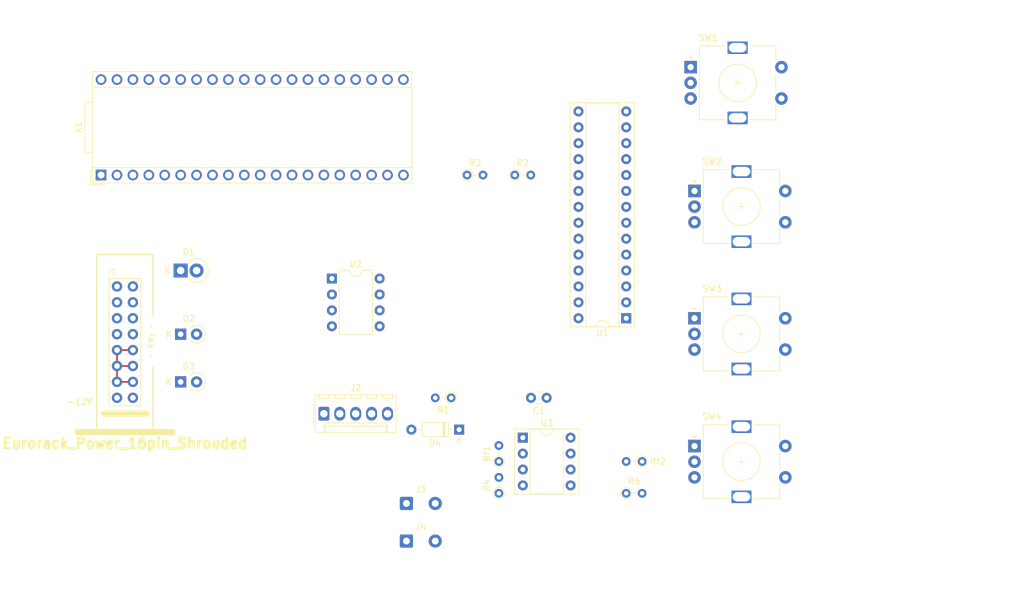
<source format=kicad_pcb>
(kicad_pcb (version 20221018) (generator pcbnew)
  (layers (0 "F.Cu" signal) (31 "B.Cu" signal) (34 "B.Paste" user) (35 "F.Paste" user) (36 "B.SilkS" user "B.Silkscreen") (37 "F.SilkS" user "F.Silkscreen") (38 "B.Mask" user) (39 "F.Mask" user) (44 "Edge.Cuts" user))
  (net 0 "")
  (net 12 "Net-(A1-I2C1_SCL)")
  (net 13 "Net-(A1-I2C1_SDA)")
  (net 15 "/MIDI UART1")
  (net 18 "/Line_Audio L")
  (net 19 "/Line_Audio R")
  (net 20 "GND")
  (net 31 "/INT A")
  (net 32 "/INT B")
  (net 39 "+5V")
  (net 40 "/Euro Audio/12V+")
  (net 41 "/Euro Audio/GND")
  (net 42 "5V+")
  (net 43 "+12V")
  (net 44 "12V+")
  (net 45 "12V-")
  (net 46 "-12V")
  (net 47 "Net-(D4-K)")
  (net 48 "Net-(D4-A)")
  (net 49 "Net-(J1-P3)")
  (net 50 "Net-(J1-P1)")
  (net 54 "Net-(J2-Pad4)")
  (net 55 "Net-(R2-Pad2)")
  (net 56 "/UART 1 RX")
  (net 57 "/Line_Audio_L")
  (net 58 "Net-(U3A--)")
  (net 59 "Net-(U3B--)")
  (net 60 "/Line_Audio_R")
  (net 61 "/Euro Audio/Euro Out R")
  (net 62 "/Euro Audio/Euro Out L")
  (net 63 "Net-(U1-GPA7)")
  (net 64 "Net-(U1-GPB7)")
  (net 65 "Net-(U1-GPB3)")
  (net 66 "Net-(U1-GPA6)")
  (net 67 "Net-(U1-GPB6)")
  (net 68 "Net-(U1-GPB2)")
  (net 69 "Net-(U1-GPA5)")
  (net 70 "Net-(U1-GPB5)")
  (net 71 "Net-(U1-GPB1)")
  (net 72 "Net-(U1-GPA4)")
  (net 73 "Net-(U1-GPB4)")
  (net 74 "Net-(U1-GPB0)")
  (net 87 "/Euro Audio/12V-")
  (footprint "Diode_THT:D_DO-15_P2.54mm_Vertical_KathodeUp" (layer "F.Cu") (at 38.1 66.04)
    (fp_text reference "D1" (at 1.27 -2.92) (layer "F.SilkS"))
    (fp_text value "D")
    (fp_text user "K" (at -2.12 0) (layer "F.SilkS"))
    (fp_arc (start 1.025404 -1.12) (mid 4.423124 -0.047368) (end 1.083629 1.194732) (stroke (width 0.12)) (layer "F.SilkS"))
    (pad "1" thru_hole rect (at 0 0) (size 2.24 2.24) (drill 1.2) (layers "*.Cu" "*.Mask") (net 39 "+5V"))
    (pad "2" thru_hole oval (at 2.54 0) (size 2.24 2.24) (drill 1.2) (layers "*.Cu" "*.Mask") (net 42 "5V+"))
  )
  (footprint "Diode_THT:D_A-405_P2.54mm_Vertical_KathodeUp" (layer "F.Cu") (at 38.1 83.82)
    (fp_text reference "D3" (at 1.27 -2.47) (layer "F.SilkS"))
    (fp_text value "D")
    (fp_text user "K" (at -1.9 0) (layer "F.SilkS"))
    (fp_arc (start 1.426761 -0.9) (mid 3.970816 -0.045469) (end 1.48615 0.968866) (stroke (width 0.12)) (layer "F.SilkS"))
    (pad "1" thru_hole rect (at 0 0) (size 1.8 1.8) (drill 0.9) (layers "*.Cu" "*.Mask") (net 45 "12V-"))
    (pad "2" thru_hole oval (at 2.54 0) (size 1.8 1.8) (drill 0.9) (layers "*.Cu" "*.Mask") (net 46 "-12V"))
  )
  (footprint "Resistor_THT:R_Axial_DIN0204_L3.6mm_D1.6mm_P2.54mm_Vertical" (layer "F.Cu") (at 81.28 86.36 180)
    (fp_text reference "R1" (at 1.27 -1.92) (layer "F.SilkS"))
    (fp_text value "220")
    (fp_line (start 0.92 0) (end 1.54 0) (stroke (width 0.12)) (layer "F.SilkS"))
    (fp_circle (center 0 0) (end 0.92 0) (stroke (width 0.12)) (fill none) (layer "F.SilkS"))
    (pad "1" thru_hole circle (at 0 0 180) (size 1.4 1.4) (drill 0.7) (layers "*.Cu" "*.Mask") (net 47 "Net-(D4-K)"))
    (pad "2" thru_hole oval (at 2.54 0 180) (size 1.4 1.4) (drill 0.7) (layers "*.Cu" "*.Mask") (net 54 "Net-(J2-Pad4)"))
  )
  (footprint "Connector_Wire:SolderWire-0.5sqmm_1x02_P4.6mm_D0.9mm_OD2.1mm" (layer "F.Cu") (at 74.14 109.22)
    (fp_text reference "J4" (at 2.3 -2.25) (layer "F.SilkS"))
    (fp_text value "EuroAudioOutL")
    (pad "1" thru_hole roundrect (at 0 0) (size 2.1 2.1) (drill 1.1) (layers "*.Cu" "*.Mask") (roundrect_rratio 0.119048))
    (pad "2" thru_hole circle (at 4.6 0) (size 2.1 2.1) (drill 1.1) (layers "*.Cu" "*.Mask"))
  )
  (footprint "Package_DIP:DIP-8_W7.62mm" (layer "F.Cu") (at 62.24 67.32)
    (fp_text reference "U2" (at 3.81 -2.33) (layer "F.SilkS"))
    (fp_text value "6N135")
    (fp_line (start 1.16 -1.33) (end 1.16 8.95) (stroke (width 0.12)) (layer "F.SilkS"))
    (fp_line (start 1.16 8.95) (end 6.46 8.95) (stroke (width 0.12)) (layer "F.SilkS"))
    (fp_line (start 2.81 -1.33) (end 1.16 -1.33) (stroke (width 0.12)) (layer "F.SilkS"))
    (fp_line (start 6.46 -1.33) (end 4.81 -1.33) (stroke (width 0.12)) (layer "F.SilkS"))
    (fp_line (start 6.46 8.95) (end 6.46 -1.33) (stroke (width 0.12)) (layer "F.SilkS"))
    (fp_arc (start 4.81 -1.33) (mid 3.81 -0.33) (end 2.81 -1.33) (stroke (width 0.12)) (layer "F.SilkS"))
    (pad "1" thru_hole rect (at 0 0) (size 1.6 1.6) (drill 0.8) (layers "*.Cu" "*.Mask"))
    (pad "2" thru_hole oval (at 0 2.54) (size 1.6 1.6) (drill 0.8) (layers "*.Cu" "*.Mask") (net 47 "Net-(D4-K)"))
    (pad "3" thru_hole oval (at 0 5.08) (size 1.6 1.6) (drill 0.8) (layers "*.Cu" "*.Mask") (net 48 "Net-(D4-A)"))
    (pad "4" thru_hole oval (at 0 7.62) (size 1.6 1.6) (drill 0.8) (layers "*.Cu" "*.Mask"))
    (pad "5" thru_hole oval (at 7.62 7.62) (size 1.6 1.6) (drill 0.8) (layers "*.Cu" "*.Mask") (net 20 "GND"))
    (pad "6" thru_hole oval (at 7.62 5.08) (size 1.6 1.6) (drill 0.8) (layers "*.Cu" "*.Mask") (net 56 "/UART 1 RX"))
    (pad "7" thru_hole oval (at 7.62 2.54) (size 1.6 1.6) (drill 0.8) (layers "*.Cu" "*.Mask") (net 55 "Net-(R2-Pad2)"))
    (pad "8" thru_hole oval (at 7.62 0) (size 1.6 1.6) (drill 0.8) (layers "*.Cu" "*.Mask") (net 42 "5V+"))
  )
  (footprint "Rotary_Encoder:RotaryEncoder_Alps_EC11E-Switch_Vertical_H20mm" (layer "F.Cu") (at 120.12 73.66)
    (fp_text reference "SW3" (at 2.8 -4.7) (layer "F.SilkS"))
    (fp_text value "Sustain")
    (fp_line (start -0.3 -1.6) (end 0.3 -1.6) (stroke (width 0.12)) (layer "F.SilkS"))
    (fp_line (start 0 -1.3) (end -0.3 -1.6) (stroke (width 0.12)) (layer "F.SilkS"))
    (fp_line (start 0.3 -1.6) (end 0 -1.3) (stroke (width 0.12)) (layer "F.SilkS"))
    (fp_line (start 1.4 -3.4) (end 1.4 8.4) (stroke (width 0.12)) (layer "F.SilkS"))
    (fp_line (start 5.5 -3.4) (end 1.4 -3.4) (stroke (width 0.12)) (layer "F.SilkS"))
    (fp_line (start 5.5 8.4) (end 1.4 8.4) (stroke (width 0.12)) (layer "F.SilkS"))
    (fp_line (start 7 2.5) (end 8 2.5) (stroke (width 0.12)) (layer "F.SilkS"))
    (fp_line (start 7.5 2) (end 7.5 3) (stroke (width 0.12)) (layer "F.SilkS"))
    (fp_line (start 9.5 -3.4) (end 13.6 -3.4) (stroke (width 0.12)) (layer "F.SilkS"))
    (fp_line (start 13.6 -3.4) (end 13.6 -1) (stroke (width 0.12)) (layer "F.SilkS"))
    (fp_line (start 13.6 1.2) (end 13.6 3.8) (stroke (width 0.12)) (layer "F.SilkS"))
    (fp_line (start 13.6 6) (end 13.6 8.4) (stroke (width 0.12)) (layer "F.SilkS"))
    (fp_line (start 13.6 8.4) (end 9.5 8.4) (stroke (width 0.12)) (layer "F.SilkS"))
    (fp_circle (center 7.5 2.5) (end 10.5 2.5) (stroke (width 0.12)) (fill none) (layer "F.SilkS"))
    (pad "A" thru_hole rect (at 0 0) (size 2 2) (drill 1) (layers "*.Cu" "*.Mask") (net 69 "Net-(U1-GPA5)"))
    (pad "B" thru_hole circle (at 0 5) (size 2 2) (drill 1) (layers "*.Cu" "*.Mask") (net 70 "Net-(U1-GPB5)"))
    (pad "C" thru_hole circle (at 0 2.5) (size 2 2) (drill 1) (layers "*.Cu" "*.Mask") (net 20 "GND"))
    (pad "MP" thru_hole rect (at 7.5 -3.1) (size 3.2 2) (drill oval 2.8 1.5) (layers "*.Cu" "*.Mask"))
    (pad "MP" thru_hole rect (at 7.5 8.1) (size 3.2 2) (drill oval 2.8 1.5) (layers "*.Cu" "*.Mask"))
    (pad "S1" thru_hole circle (at 14.5 5) (size 2 2) (drill 1) (layers "*.Cu" "*.Mask") (net 20 "GND"))
    (pad "S2" thru_hole circle (at 14.5 0) (size 2 2) (drill 1) (layers "*.Cu" "*.Mask") (net 71 "Net-(U1-GPB1)"))
  )
  (footprint "Rotary_Encoder:RotaryEncoder_Alps_EC11E-Switch_Vertical_H20mm" (layer "F.Cu") (at 119.5 33.58)
    (fp_text reference "SW1" (at 2.8 -4.7) (layer "F.SilkS"))
    (fp_text value "Attack")
    (fp_line (start -0.3 -1.6) (end 0.3 -1.6) (stroke (width 0.12)) (layer "F.SilkS"))
    (fp_line (start 0 -1.3) (end -0.3 -1.6) (stroke (width 0.12)) (layer "F.SilkS"))
    (fp_line (start 0.3 -1.6) (end 0 -1.3) (stroke (width 0.12)) (layer "F.SilkS"))
    (fp_line (start 1.4 -3.4) (end 1.4 8.4) (stroke (width 0.12)) (layer "F.SilkS"))
    (fp_line (start 5.5 -3.4) (end 1.4 -3.4) (stroke (width 0.12)) (layer "F.SilkS"))
    (fp_line (start 5.5 8.4) (end 1.4 8.4) (stroke (width 0.12)) (layer "F.SilkS"))
    (fp_line (start 7 2.5) (end 8 2.5) (stroke (width 0.12)) (layer "F.SilkS"))
    (fp_line (start 7.5 2) (end 7.5 3) (stroke (width 0.12)) (layer "F.SilkS"))
    (fp_line (start 9.5 -3.4) (end 13.6 -3.4) (stroke (width 0.12)) (layer "F.SilkS"))
    (fp_line (start 13.6 -3.4) (end 13.6 -1) (stroke (width 0.12)) (layer "F.SilkS"))
    (fp_line (start 13.6 1.2) (end 13.6 3.8) (stroke (width 0.12)) (layer "F.SilkS"))
    (fp_line (start 13.6 6) (end 13.6 8.4) (stroke (width 0.12)) (layer "F.SilkS"))
    (fp_line (start 13.6 8.4) (end 9.5 8.4) (stroke (width 0.12)) (layer "F.SilkS"))
    (fp_circle (center 7.5 2.5) (end 10.5 2.5) (stroke (width 0.12)) (fill none) (layer "F.SilkS"))
    (pad "A" thru_hole rect (at 0 0) (size 2 2) (drill 1) (layers "*.Cu" "*.Mask") (net 63 "Net-(U1-GPA7)"))
    (pad "B" thru_hole circle (at 0 5) (size 2 2) (drill 1) (layers "*.Cu" "*.Mask") (net 64 "Net-(U1-GPB7)"))
    (pad "C" thru_hole circle (at 0 2.5) (size 2 2) (drill 1) (layers "*.Cu" "*.Mask") (net 20 "GND"))
    (pad "MP" thru_hole rect (at 7.5 -3.1) (size 3.2 2) (drill oval 2.8 1.5) (layers "*.Cu" "*.Mask"))
    (pad "MP" thru_hole rect (at 7.5 8.1) (size 3.2 2) (drill oval 2.8 1.5) (layers "*.Cu" "*.Mask"))
    (pad "S1" thru_hole circle (at 14.5 5) (size 2 2) (drill 1) (layers "*.Cu" "*.Mask") (net 20 "GND"))
    (pad "S2" thru_hole circle (at 14.5 0) (size 2 2) (drill 1) (layers "*.Cu" "*.Mask") (net 65 "Net-(U1-GPB3)"))
  )
  (footprint "Package_DIP:DIP-8_W7.62mm_Socket" (layer "F.Cu") (at 92.72 92.72)
    (fp_text reference "U3" (at 3.81 -2.33) (layer "F.SilkS"))
    (fp_text value "TL072")
    (fp_line (start -1.33 -1.39) (end -1.33 9.01) (stroke (width 0.12)) (layer "F.SilkS"))
    (fp_line (start -1.33 9.01) (end 8.95 9.01) (stroke (width 0.12)) (layer "F.SilkS"))
    (fp_line (start 1.16 -1.33) (end 1.16 8.95) (stroke (width 0.12)) (layer "F.SilkS"))
    (fp_line (start 1.16 8.95) (end 6.46 8.95) (stroke (width 0.12)) (layer "F.SilkS"))
    (fp_line (start 2.81 -1.33) (end 1.16 -1.33) (stroke (width 0.12)) (layer "F.SilkS"))
    (fp_line (start 6.46 -1.33) (end 4.81 -1.33) (stroke (width 0.12)) (layer "F.SilkS"))
    (fp_line (start 6.46 8.95) (end 6.46 -1.33) (stroke (width 0.12)) (layer "F.SilkS"))
    (fp_line (start 8.95 -1.39) (end -1.33 -1.39) (stroke (width 0.12)) (layer "F.SilkS"))
    (fp_line (start 8.95 9.01) (end 8.95 -1.39) (stroke (width 0.12)) (layer "F.SilkS"))
    (fp_arc (start 4.81 -1.33) (mid 3.81 -0.33) (end 2.81 -1.33) (stroke (width 0.12)) (layer "F.SilkS"))
    (pad "1" thru_hole rect (at 0 0) (size 1.6 1.6) (drill 0.8) (layers "*.Cu" "*.Mask") (net 61 "/Euro Audio/Euro Out R"))
    (pad "2" thru_hole oval (at 0 2.54) (size 1.6 1.6) (drill 0.8) (layers "*.Cu" "*.Mask") (net 58 "Net-(U3A--)"))
    (pad "3" thru_hole oval (at 0 5.08) (size 1.6 1.6) (drill 0.8) (layers "*.Cu" "*.Mask") (net 41 "/Euro Audio/GND"))
    (pad "4" thru_hole oval (at 0 7.62) (size 1.6 1.6) (drill 0.8) (layers "*.Cu" "*.Mask") (net 87 "/Euro Audio/12V-"))
    (pad "5" thru_hole oval (at 7.62 7.62) (size 1.6 1.6) (drill 0.8) (layers "*.Cu" "*.Mask") (net 41 "/Euro Audio/GND"))
    (pad "6" thru_hole oval (at 7.62 5.08) (size 1.6 1.6) (drill 0.8) (layers "*.Cu" "*.Mask") (net 59 "Net-(U3B--)"))
    (pad "7" thru_hole oval (at 7.62 2.54) (size 1.6 1.6) (drill 0.8) (layers "*.Cu" "*.Mask") (net 62 "/Euro Audio/Euro Out L"))
    (pad "8" thru_hole oval (at 7.62 0) (size 1.6 1.6) (drill 0.8) (layers "*.Cu" "*.Mask") (net 40 "/Euro Audio/12V+"))
  )
  (footprint "Capacitor_THT:C_Disc_D3.0mm_W1.6mm_P2.50mm" (layer "F.Cu") (at 96.52 86.36 180)
    (fp_text reference "C1" (at 1.25 -2.05) (layer "F.SilkS"))
    (fp_text value "1u")
    (fp_line (start 0.621 -0.92) (end 1.879 -0.92) (stroke (width 0.12)) (layer "F.SilkS"))
    (fp_line (start 0.621 0.92) (end 1.879 0.92) (stroke (width 0.12)) (layer "F.SilkS"))
    (pad "1" thru_hole circle (at 0 0 180) (size 1.6 1.6) (drill 0.8) (layers "*.Cu" "*.Mask") (net 40 "/Euro Audio/12V+"))
    (pad "2" thru_hole circle (at 2.5 0 180) (size 1.6 1.6) (drill 0.8) (layers "*.Cu" "*.Mask") (net 41 "/Euro Audio/GND"))
  )
  (footprint "Diode_THT:D_DO-35_SOD27_P7.62mm_Horizontal" (layer "F.Cu") (at 82.55 91.44 180)
    (fp_text reference "D4" (at 3.81 -2.12) (layer "F.SilkS"))
    (fp_text value "1N914")
    (fp_text user "K" (at 0 -1.8) (layer "F.SilkS"))
    (fp_line (start 1.04 0) (end 1.69 0) (stroke (width 0.12)) (layer "F.SilkS"))
    (fp_line (start 1.69 -1.12) (end 1.69 1.12) (stroke (width 0.12)) (layer "F.SilkS"))
    (fp_line (start 1.69 1.12) (end 5.93 1.12) (stroke (width 0.12)) (layer "F.SilkS"))
    (fp_line (start 2.29 -1.12) (end 2.29 1.12) (stroke (width 0.12)) (layer "F.SilkS"))
    (fp_line (start 2.41 -1.12) (end 2.41 1.12) (stroke (width 0.12)) (layer "F.SilkS"))
    (fp_line (start 2.53 -1.12) (end 2.53 1.12) (stroke (width 0.12)) (layer "F.SilkS"))
    (fp_line (start 5.93 -1.12) (end 1.69 -1.12) (stroke (width 0.12)) (layer "F.SilkS"))
    (fp_line (start 5.93 1.12) (end 5.93 -1.12) (stroke (width 0.12)) (layer "F.SilkS"))
    (fp_line (start 6.58 0) (end 5.93 0) (stroke (width 0.12)) (layer "F.SilkS"))
    (pad "1" thru_hole rect (at 0 0 180) (size 1.6 1.6) (drill 0.8) (layers "*.Cu" "*.Mask") (net 47 "Net-(D4-K)"))
    (pad "2" thru_hole oval (at 7.62 0 180) (size 1.6 1.6) (drill 0.8) (layers "*.Cu" "*.Mask") (net 48 "Net-(D4-A)"))
  )
  (footprint "Rotary_Encoder:RotaryEncoder_Alps_EC11E-Switch_Vertical_H20mm" (layer "F.Cu") (at 120.12 94.06)
    (fp_text reference "SW4" (at 2.8 -4.7) (layer "F.SilkS"))
    (fp_text value "Release")
    (fp_line (start -0.3 -1.6) (end 0.3 -1.6) (stroke (width 0.12)) (layer "F.SilkS"))
    (fp_line (start 0 -1.3) (end -0.3 -1.6) (stroke (width 0.12)) (layer "F.SilkS"))
    (fp_line (start 0.3 -1.6) (end 0 -1.3) (stroke (width 0.12)) (layer "F.SilkS"))
    (fp_line (start 1.4 -3.4) (end 1.4 8.4) (stroke (width 0.12)) (layer "F.SilkS"))
    (fp_line (start 5.5 -3.4) (end 1.4 -3.4) (stroke (width 0.12)) (layer "F.SilkS"))
    (fp_line (start 5.5 8.4) (end 1.4 8.4) (stroke (width 0.12)) (layer "F.SilkS"))
    (fp_line (start 7 2.5) (end 8 2.5) (stroke (width 0.12)) (layer "F.SilkS"))
    (fp_line (start 7.5 2) (end 7.5 3) (stroke (width 0.12)) (layer "F.SilkS"))
    (fp_line (start 9.5 -3.4) (end 13.6 -3.4) (stroke (width 0.12)) (layer "F.SilkS"))
    (fp_line (start 13.6 -3.4) (end 13.6 -1) (stroke (width 0.12)) (layer "F.SilkS"))
    (fp_line (start 13.6 1.2) (end 13.6 3.8) (stroke (width 0.12)) (layer "F.SilkS"))
    (fp_line (start 13.6 6) (end 13.6 8.4) (stroke (width 0.12)) (layer "F.SilkS"))
    (fp_line (start 13.6 8.4) (end 9.5 8.4) (stroke (width 0.12)) (layer "F.SilkS"))
    (fp_circle (center 7.5 2.5) (end 10.5 2.5) (stroke (width 0.12)) (fill none) (layer "F.SilkS"))
    (pad "A" thru_hole rect (at 0 0) (size 2 2) (drill 1) (layers "*.Cu" "*.Mask") (net 72 "Net-(U1-GPA4)"))
    (pad "B" thru_hole circle (at 0 5) (size 2 2) (drill 1) (layers "*.Cu" "*.Mask") (net 73 "Net-(U1-GPB4)"))
    (pad "C" thru_hole circle (at 0 2.5) (size 2 2) (drill 1) (layers "*.Cu" "*.Mask") (net 20 "GND"))
    (pad "MP" thru_hole rect (at 7.5 -3.1) (size 3.2 2) (drill oval 2.8 1.5) (layers "*.Cu" "*.Mask"))
    (pad "MP" thru_hole rect (at 7.5 8.1) (size 3.2 2) (drill oval 2.8 1.5) (layers "*.Cu" "*.Mask"))
    (pad "S1" thru_hole circle (at 14.5 5) (size 2 2) (drill 1) (layers "*.Cu" "*.Mask") (net 20 "GND"))
    (pad "S2" thru_hole circle (at 14.5 0) (size 2 2) (drill 1) (layers "*.Cu" "*.Mask") (net 74 "Net-(U1-GPB0)"))
  )
  (footprint "Package_DIP:DIP-28_W7.62mm_Socket" (layer "F.Cu") (at 109.22 73.66 180)
    (fp_text reference "U1" (at 3.81 -2.33) (layer "F.SilkS"))
    (fp_text value "MCP23017_SS")
    (fp_line (start -1.33 -1.39) (end -1.33 34.41) (stroke (width 0.12)) (layer "F.SilkS"))
    (fp_line (start -1.33 34.41) (end 8.95 34.41) (stroke (width 0.12)) (layer "F.SilkS"))
    (fp_line (start 1.16 -1.33) (end 1.16 34.35) (stroke (width 0.12)) (layer "F.SilkS"))
    (fp_line (start 1.16 34.35) (end 6.46 34.35) (stroke (width 0.12)) (layer "F.SilkS"))
    (fp_line (start 2.81 -1.33) (end 1.16 -1.33) (stroke (width 0.12)) (layer "F.SilkS"))
    (fp_line (start 6.46 -1.33) (end 4.81 -1.33) (stroke (width 0.12)) (layer "F.SilkS"))
    (fp_line (start 6.46 34.35) (end 6.46 -1.33) (stroke (width 0.12)) (layer "F.SilkS"))
    (fp_line (start 8.95 -1.39) (end -1.33 -1.39) (stroke (width 0.12)) (layer "F.SilkS"))
    (fp_line (start 8.95 34.41) (end 8.95 -1.39) (stroke (width 0.12)) (layer "F.SilkS"))
    (fp_arc (start 4.81 -1.33) (mid 3.81 -0.33) (end 2.81 -1.33) (stroke (width 0.12)) (layer "F.SilkS"))
    (pad "1" thru_hole rect (at 0 0 180) (size 1.6 1.6) (drill 0.8) (layers "*.Cu" "*.Mask") (net 74 "Net-(U1-GPB0)"))
    (pad "2" thru_hole oval (at 0 2.54 180) (size 1.6 1.6) (drill 0.8) (layers "*.Cu" "*.Mask") (net 71 "Net-(U1-GPB1)"))
    (pad "3" thru_hole oval (at 0 5.08 180) (size 1.6 1.6) (drill 0.8) (layers "*.Cu" "*.Mask") (net 68 "Net-(U1-GPB2)"))
    (pad "4" thru_hole oval (at 0 7.62 180) (size 1.6 1.6) (drill 0.8) (layers "*.Cu" "*.Mask") (net 65 "Net-(U1-GPB3)"))
    (pad "5" thru_hole oval (at 0 10.16 180) (size 1.6 1.6) (drill 0.8) (layers "*.Cu" "*.Mask") (net 73 "Net-(U1-GPB4)"))
    (pad "6" thru_hole oval (at 0 12.7 180) (size 1.6 1.6) (drill 0.8) (layers "*.Cu" "*.Mask") (net 70 "Net-(U1-GPB5)"))
    (pad "7" thru_hole oval (at 0 15.24 180) (size 1.6 1.6) (drill 0.8) (layers "*.Cu" "*.Mask") (net 67 "Net-(U1-GPB6)"))
    (pad "8" thru_hole oval (at 0 17.78 180) (size 1.6 1.6) (drill 0.8) (layers "*.Cu" "*.Mask") (net 64 "Net-(U1-GPB7)"))
    (pad "9" thru_hole oval (at 0 20.32 180) (size 1.6 1.6) (drill 0.8) (layers "*.Cu" "*.Mask") (net 20 "GND"))
    (pad "10" thru_hole oval (at 0 22.86 180) (size 1.6 1.6) (drill 0.8) (layers "*.Cu" "*.Mask") (net 42 "5V+"))
    (pad "11" thru_hole oval (at 0 25.4 180) (size 1.6 1.6) (drill 0.8) (layers "*.Cu" "*.Mask"))
    (pad "12" thru_hole oval (at 0 27.94 180) (size 1.6 1.6) (drill 0.8) (layers "*.Cu" "*.Mask") (net 12 "Net-(A1-I2C1_SCL)"))
    (pad "13" thru_hole oval (at 0 30.48 180) (size 1.6 1.6) (drill 0.8) (layers "*.Cu" "*.Mask") (net 13 "Net-(A1-I2C1_SDA)"))
    (pad "14" thru_hole oval (at 0 33.02 180) (size 1.6 1.6) (drill 0.8) (layers "*.Cu" "*.Mask"))
    (pad "15" thru_hole oval (at 7.62 33.02 180) (size 1.6 1.6) (drill 0.8) (layers "*.Cu" "*.Mask"))
    (pad "16" thru_hole oval (at 7.62 30.48 180) (size 1.6 1.6) (drill 0.8) (layers "*.Cu" "*.Mask"))
    (pad "17" thru_hole oval (at 7.62 27.94 180) (size 1.6 1.6) (drill 0.8) (layers "*.Cu" "*.Mask"))
    (pad "18" thru_hole oval (at 7.62 25.4 180) (size 1.6 1.6) (drill 0.8) (layers "*.Cu" "*.Mask"))
    (pad "19" thru_hole oval (at 7.62 22.86 180) (size 1.6 1.6) (drill 0.8) (layers "*.Cu" "*.Mask") (net 31 "/INT A"))
    (pad "20" thru_hole oval (at 7.62 20.32 180) (size 1.6 1.6) (drill 0.8) (layers "*.Cu" "*.Mask") (net 32 "/INT B"))
    (pad "21" thru_hole oval (at 7.62 17.78 180) (size 1.6 1.6) (drill 0.8) (layers "*.Cu" "*.Mask"))
    (pad "22" thru_hole oval (at 7.62 15.24 180) (size 1.6 1.6) (drill 0.8) (layers "*.Cu" "*.Mask"))
    (pad "23" thru_hole oval (at 7.62 12.7 180) (size 1.6 1.6) (drill 0.8) (layers "*.Cu" "*.Mask"))
    (pad "24" thru_hole oval (at 7.62 10.16 180) (size 1.6 1.6) (drill 0.8) (layers "*.Cu" "*.Mask"))
    (pad "25" thru_hole oval (at 7.62 7.62 180) (size 1.6 1.6) (drill 0.8) (layers "*.Cu" "*.Mask") (net 72 "Net-(U1-GPA4)"))
    (pad "26" thru_hole oval (at 7.62 5.08 180) (size 1.6 1.6) (drill 0.8) (layers "*.Cu" "*.Mask") (net 69 "Net-(U1-GPA5)"))
    (pad "27" thru_hole oval (at 7.62 2.54 180) (size 1.6 1.6) (drill 0.8) (layers "*.Cu" "*.Mask") (net 66 "Net-(U1-GPA6)"))
    (pad "28" thru_hole oval (at 7.62 0 180) (size 1.6 1.6) (drill 0.8) (layers "*.Cu" "*.Mask") (net 63 "Net-(U1-GPA7)"))
  )
  (footprint "Diode_THT:D_A-405_P2.54mm_Vertical_KathodeUp" (layer "F.Cu") (at 38.1 76.2)
    (fp_text reference "D2" (at 1.27 -2.47) (layer "F.SilkS"))
    (fp_text value "D")
    (fp_text user "K" (at -1.9 0) (layer "F.SilkS"))
    (fp_arc (start 1.426761 -0.9) (mid 3.970816 -0.045469) (end 1.48615 0.968866) (stroke (width 0.12)) (layer "F.SilkS"))
    (pad "1" thru_hole rect (at 0 0) (size 1.8 1.8) (drill 0.9) (layers "*.Cu" "*.Mask") (net 43 "+12V"))
    (pad "2" thru_hole oval (at 2.54 0) (size 1.8 1.8) (drill 0.9) (layers "*.Cu" "*.Mask") (net 44 "12V+"))
  )
  (footprint "Resistor_THT:R_Axial_DIN0204_L3.6mm_D1.6mm_P2.54mm_Vertical" (layer "F.Cu") (at 109.22 101.6)
    (fp_text reference "R5" (at 1.27 -1.92) (layer "F.SilkS"))
    (fp_text value "1k")
    (fp_line (start 0.92 0) (end 1.54 0) (stroke (width 0.12)) (layer "F.SilkS"))
    (fp_circle (center 0 0) (end 0.92 0) (stroke (width 0.12)) (fill none) (layer "F.SilkS"))
    (pad "1" thru_hole circle (at 0 0) (size 1.4 1.4) (drill 0.7) (layers "*.Cu" "*.Mask") (net 59 "Net-(U3B--)"))
    (pad "2" thru_hole oval (at 2.54 0) (size 1.4 1.4) (drill 0.7) (layers "*.Cu" "*.Mask") (net 60 "/Line_Audio_R"))
  )
  (footprint "Connector_Wire:SolderWire-0.5sqmm_1x02_P4.6mm_D0.9mm_OD2.1mm" (layer "F.Cu") (at 74.14 103.22)
    (fp_text reference "J3" (at 2.3 -2.25) (layer "F.SilkS"))
    (fp_text value "EuroAudioOutR")
    (pad "1" thru_hole roundrect (at 0 0) (size 2.1 2.1) (drill 1.1) (layers "*.Cu" "*.Mask") (roundrect_rratio 0.119048))
    (pad "2" thru_hole circle (at 4.6 0) (size 2.1 2.1) (drill 1.1) (layers "*.Cu" "*.Mask"))
  )
  (footprint "Resistor_THT:R_Axial_DIN0204_L3.6mm_D1.6mm_P2.54mm_Vertical" (layer "F.Cu") (at 88.9 96.52 90)
    (fp_text reference "Rf1" (at 1.27 -1.92 90) (layer "F.SilkS"))
    (fp_text value "9.5k")
    (fp_line (start 0.92 0) (end 1.54 0) (stroke (width 0.12)) (layer "F.SilkS"))
    (fp_circle (center 0 0) (end 0.92 0) (stroke (width 0.12)) (fill none) (layer "F.SilkS"))
    (pad "1" thru_hole circle (at 0 0 90) (size 1.4 1.4) (drill 0.7) (layers "*.Cu" "*.Mask") (net 58 "Net-(U3A--)"))
    (pad "2" thru_hole oval (at 2.54 0 90) (size 1.4 1.4) (drill 0.7) (layers "*.Cu" "*.Mask") (net 61 "/Euro Audio/Euro Out R"))
  )
  (footprint "Resistor_THT:R_Axial_DIN0204_L3.6mm_D1.6mm_P2.54mm_Vertical" (layer "F.Cu") (at 111.76 96.52 180)
    (fp_text reference "Rf2" (at -2.54 0) (layer "F.SilkS"))
    (fp_text value "9.5k")
    (fp_line (start 0.92 0) (end 1.54 0) (stroke (width 0.12)) (layer "F.SilkS"))
    (fp_circle (center 0 0) (end 0.92 0) (stroke (width 0.12)) (fill none) (layer "F.SilkS"))
    (pad "1" thru_hole circle (at 0 0 180) (size 1.4 1.4) (drill 0.7) (layers "*.Cu" "*.Mask") (net 59 "Net-(U3B--)"))
    (pad "2" thru_hole oval (at 2.54 0 180) (size 1.4 1.4) (drill 0.7) (layers "*.Cu" "*.Mask") (net 62 "/Euro Audio/Euro Out L"))
  )
  (footprint "Rotary_Encoder:RotaryEncoder_Alps_EC11E-Switch_Vertical_H20mm" (layer "F.Cu") (at 120.12 53.34)
    (fp_text reference "SW2" (at 2.8 -4.7) (layer "F.SilkS"))
    (fp_text value "Decay")
    (fp_line (start -0.3 -1.6) (end 0.3 -1.6) (stroke (width 0.12)) (layer "F.SilkS"))
    (fp_line (start 0 -1.3) (end -0.3 -1.6) (stroke (width 0.12)) (layer "F.SilkS"))
    (fp_line (start 0.3 -1.6) (end 0 -1.3) (stroke (width 0.12)) (layer "F.SilkS"))
    (fp_line (start 1.4 -3.4) (end 1.4 8.4) (stroke (width 0.12)) (layer "F.SilkS"))
    (fp_line (start 5.5 -3.4) (end 1.4 -3.4) (stroke (width 0.12)) (layer "F.SilkS"))
    (fp_line (start 5.5 8.4) (end 1.4 8.4) (stroke (width 0.12)) (layer "F.SilkS"))
    (fp_line (start 7 2.5) (end 8 2.5) (stroke (width 0.12)) (layer "F.SilkS"))
    (fp_line (start 7.5 2) (end 7.5 3) (stroke (width 0.12)) (layer "F.SilkS"))
    (fp_line (start 9.5 -3.4) (end 13.6 -3.4) (stroke (width 0.12)) (layer "F.SilkS"))
    (fp_line (start 13.6 -3.4) (end 13.6 -1) (stroke (width 0.12)) (layer "F.SilkS"))
    (fp_line (start 13.6 1.2) (end 13.6 3.8) (stroke (width 0.12)) (layer "F.SilkS"))
    (fp_line (start 13.6 6) (end 13.6 8.4) (stroke (width 0.12)) (layer "F.SilkS"))
    (fp_line (start 13.6 8.4) (end 9.5 8.4) (stroke (width 0.12)) (layer "F.SilkS"))
    (fp_circle (center 7.5 2.5) (end 10.5 2.5) (stroke (width 0.12)) (fill none) (layer "F.SilkS"))
    (pad "A" thru_hole rect (at 0 0) (size 2 2) (drill 1) (layers "*.Cu" "*.Mask") (net 66 "Net-(U1-GPA6)"))
    (pad "B" thru_hole circle (at 0 5) (size 2 2) (drill 1) (layers "*.Cu" "*.Mask") (net 67 "Net-(U1-GPB6)"))
    (pad "C" thru_hole circle (at 0 2.5) (size 2 2) (drill 1) (layers "*.Cu" "*.Mask") (net 20 "GND"))
    (pad "MP" thru_hole rect (at 7.5 -3.1) (size 3.2 2) (drill oval 2.8 1.5) (layers "*.Cu" "*.Mask"))
    (pad "MP" thru_hole rect (at 7.5 8.1) (size 3.2 2) (drill oval 2.8 1.5) (layers "*.Cu" "*.Mask"))
    (pad "S1" thru_hole circle (at 14.5 5) (size 2 2) (drill 1) (layers "*.Cu" "*.Mask") (net 20 "GND"))
    (pad "S2" thru_hole circle (at 14.5 0) (size 2 2) (drill 1) (layers "*.Cu" "*.Mask") (net 68 "Net-(U1-GPB2)"))
  )
  (footprint "Module:Electrosmith_Daisy_Seed" (layer "F.Cu") (at 25.4 50.8 90)
    (fp_text reference "A1" (at 7.62 -3.6 90) (layer "F.SilkS"))
    (fp_text value "Electrosmith_Daisy_Seed_Rev4")
    (fp_line (start -1.58 -1.7) (end -1.58 0.7) (stroke (width 0.12)) (layer "F.SilkS"))
    (fp_line (start -1.28 -1.4) (end 16.52 -1.4) (stroke (width 0.12)) (layer "F.SilkS"))
    (fp_line (start -1.28 49.6) (end -1.28 -1.4) (stroke (width 0.12)) (layer "F.SilkS"))
    (fp_line (start 0.72 -1.7) (end -1.58 -1.7) (stroke (width 0.12)) (layer "F.SilkS"))
    (fp_line (start 1.2 -1.4) (end 1.2 49.6) (stroke (width 0.12)) (layer "F.SilkS"))
    (fp_line (start 3.62 -2.6) (end 11.62 -2.6) (stroke (width 0.12)) (layer "F.SilkS"))
    (fp_line (start 3.62 -1.4) (end 3.62 -2.6) (stroke (width 0.12)) (layer "F.SilkS"))
    (fp_line (start 11.62 -2.6) (end 11.62 -1.4) (stroke (width 0.12)) (layer "F.SilkS"))
    (fp_line (start 14 -1.4) (end 14 49.6) (stroke (width 0.12)) (layer "F.SilkS"))
    (fp_line (start 16.52 -1.4) (end 16.52 49.6) (stroke (width 0.12)) (layer "F.SilkS"))
    (fp_line (start 16.52 49.6) (end -1.28 49.6) (stroke (width 0.12)) (layer "F.SilkS"))
    (pad "1" thru_hole rect (at 0 0 90) (size 1.7 1.7) (drill 1.1) (layers "*.Cu" "*.Mask"))
    (pad "2" thru_hole circle (at 0 2.54 90) (size 1.7 1.7) (drill 1.1) (layers "*.Cu" "*.Mask"))
    (pad "3" thru_hole circle (at 0 5.08 90) (size 1.7 1.7) (drill 1.1) (layers "*.Cu" "*.Mask"))
    (pad "4" thru_hole circle (at 0 7.62 90) (size 1.7 1.7) (drill 1.1) (layers "*.Cu" "*.Mask"))
    (pad "5" thru_hole circle (at 0 10.16 90) (size 1.7 1.7) (drill 1.1) (layers "*.Cu" "*.Mask"))
    (pad "6" thru_hole circle (at 0 12.7 90) (size 1.7 1.7) (drill 1.1) (layers "*.Cu" "*.Mask"))
    (pad "7" thru_hole circle (at 0 15.24 90) (size 1.7 1.7) (drill 1.1) (layers "*.Cu" "*.Mask"))
    (pad "8" thru_hole circle (at 0 17.78 90) (size 1.7 1.7) (drill 1.1) (layers "*.Cu" "*.Mask"))
    (pad "9" thru_hole circle (at 0 20.32 90) (size 1.7 1.7) (drill 1.1) (layers "*.Cu" "*.Mask"))
    (pad "10" thru_hole circle (at 0 22.86 90) (size 1.7 1.7) (drill 1.1) (layers "*.Cu" "*.Mask"))
    (pad "11" thru_hole circle (at 0 25.4 90) (size 1.7 1.7) (drill 1.1) (layers "*.Cu" "*.Mask"))
    (pad "12" thru_hole circle (at 0 27.94 90) (size 1.7 1.7) (drill 1.1) (layers "*.Cu" "*.Mask") (net 12 "Net-(A1-I2C1_SCL)"))
    (pad "13" thru_hole circle (at 0 30.48 90) (size 1.7 1.7) (drill 1.1) (layers "*.Cu" "*.Mask") (net 13 "Net-(A1-I2C1_SDA)"))
    (pad "14" thru_hole circle (at 0 33.02 90) (size 1.7 1.7) (drill 1.1) (layers "*.Cu" "*.Mask"))
    (pad "15" thru_hole circle (at 0 35.56 90) (size 1.7 1.7) (drill 1.1) (layers "*.Cu" "*.Mask") (net 15 "/MIDI UART1"))
    (pad "16" thru_hole circle (at 0 38.1 90) (size 1.7 1.7) (drill 1.1) (layers "*.Cu" "*.Mask"))
    (pad "17" thru_hole circle (at 0 40.64 90) (size 1.7 1.7) (drill 1.1) (layers "*.Cu" "*.Mask"))
    (pad "18" thru_hole circle (at 0 43.18 90) (size 1.7 1.7) (drill 1.1) (layers "*.Cu" "*.Mask") (net 18 "/Line_Audio L"))
    (pad "19" thru_hole circle (at 0 45.72 90) (size 1.7 1.7) (drill 1.1) (layers "*.Cu" "*.Mask") (net 19 "/Line_Audio R"))
    (pad "20" thru_hole circle (at 0 48.26 90) (size 1.7 1.7) (drill 1.1) (layers "*.Cu" "*.Mask") (net 20 "GND"))
    (pad "21" thru_hole circle (at 15.24 48.26 90) (size 1.7 1.7) (drill 1.1) (layers "*.Cu" "*.Mask"))
    (pad "22" thru_hole circle (at 15.24 45.72 90) (size 1.7 1.7) (drill 1.1) (layers "*.Cu" "*.Mask"))
    (pad "23" thru_hole circle (at 15.24 43.18 90) (size 1.7 1.7) (drill 1.1) (layers "*.Cu" "*.Mask"))
    (pad "24" thru_hole circle (at 15.24 40.64 90) (size 1.7 1.7) (drill 1.1) (layers "*.Cu" "*.Mask"))
    (pad "25" thru_hole circle (at 15.24 38.1 90) (size 1.7 1.7) (drill 1.1) (layers "*.Cu" "*.Mask"))
    (pad "26" thru_hole circle (at 15.24 35.56 90) (size 1.7 1.7) (drill 1.1) (layers "*.Cu" "*.Mask"))
    (pad "27" thru_hole circle (at 15.24 33.02 90) (size 1.7 1.7) (drill 1.1) (layers "*.Cu" "*.Mask"))
    (pad "28" thru_hole circle (at 15.24 30.48 90) (size 1.7 1.7) (drill 1.1) (layers "*.Cu" "*.Mask"))
    (pad "29" thru_hole circle (at 15.24 27.94 90) (size 1.7 1.7) (drill 1.1) (layers "*.Cu" "*.Mask"))
    (pad "30" thru_hole circle (at 15.24 25.4 90) (size 1.7 1.7) (drill 1.1) (layers "*.Cu" "*.Mask"))
    (pad "31" thru_hole circle (at 15.24 22.86 90) (size 1.7 1.7) (drill 1.1) (layers "*.Cu" "*.Mask") (net 31 "/INT A"))
    (pad "32" thru_hole circle (at 15.24 20.32 90) (size 1.7 1.7) (drill 1.1) (layers "*.Cu" "*.Mask") (net 32 "/INT B"))
    (pad "33" thru_hole circle (at 15.24 17.78 90) (size 1.7 1.7) (drill 1.1) (layers "*.Cu" "*.Mask"))
    (pad "34" thru_hole circle (at 15.24 15.24 90) (size 1.7 1.7) (drill 1.1) (layers "*.Cu" "*.Mask"))
    (pad "35" thru_hole circle (at 15.24 12.7 90) (size 1.7 1.7) (drill 1.1) (layers "*.Cu" "*.Mask"))
    (pad "36" thru_hole circle (at 15.24 10.16 90) (size 1.7 1.7) (drill 1.1) (layers "*.Cu" "*.Mask"))
    (pad "37" thru_hole circle (at 15.24 7.62 90) (size 1.7 1.7) (drill 1.1) (layers "*.Cu" "*.Mask"))
    (pad "38" thru_hole circle (at 15.24 5.08 90) (size 1.7 1.7) (drill 1.1) (layers "*.Cu" "*.Mask"))
    (pad "39" thru_hole circle (at 15.24 2.54 90) (size 1.7 1.7) (drill 1.1) (layers "*.Cu" "*.Mask") (net 39 "+5V"))
    (pad "40" thru_hole circle (at 15.24 0 90) (size 1.7 1.7) (drill 1.1) (layers "*.Cu" "*.Mask") (net 20 "GND"))
  )
  (footprint "Connector_Molex:Molex_KK-254_AE-6410-05A_1x05_P2.54mm_Vertical" (layer "F.Cu") (at 60.96 88.9)
    (fp_text reference "J2" (at 5.08 -4.12) (layer "F.SilkS"))
    (fp_text value "MIDI IN")
    (fp_line (start -1.67 -2) (end -1.67 2) (stroke (width 0.12)) (layer "F.SilkS"))
    (fp_line (start -1.38 -3.03) (end -1.38 2.99) (stroke (width 0.12)) (layer "F.SilkS"))
    (fp_line (start -1.38 2.99) (end 11.54 2.99) (stroke (width 0.12)) (layer "F.SilkS"))
    (fp_line (start -0.8 -3.03) (end -0.8 -2.43) (stroke (width 0.12)) (layer "F.SilkS"))
    (fp_line (start -0.8 -2.43) (end 0.8 -2.43) (stroke (width 0.12)) (layer "F.SilkS"))
    (fp_line (start 0 1.99) (end 0.25 1.46) (stroke (width 0.12)) (layer "F.SilkS"))
    (fp_line (start 0 1.99) (end 10.16 1.99) (stroke (width 0.12)) (layer "F.SilkS"))
    (fp_line (start 0 2.99) (end 0 1.99) (stroke (width 0.12)) (layer "F.SilkS"))
    (fp_line (start 0.25 1.46) (end 9.91 1.46) (stroke (width 0.12)) (layer "F.SilkS"))
    (fp_line (start 0.25 2.99) (end 0.25 1.99) (stroke (width 0.12)) (layer "F.SilkS"))
    (fp_line (start 0.8 -2.43) (end 0.8 -3.03) (stroke (width 0.12)) (layer "F.SilkS"))
    (fp_line (start 1.74 -3.03) (end 1.74 -2.43) (stroke (width 0.12)) (layer "F.SilkS"))
    (fp_line (start 1.74 -2.43) (end 3.34 -2.43) (stroke (width 0.12)) (layer "F.SilkS"))
    (fp_line (start 3.34 -2.43) (end 3.34 -3.03) (stroke (width 0.12)) (layer "F.SilkS"))
    (fp_line (start 4.28 -3.03) (end 4.28 -2.43) (stroke (width 0.12)) (layer "F.SilkS"))
    (fp_line (start 4.28 -2.43) (end 5.88 -2.43) (stroke (width 0.12)) (layer "F.SilkS"))
    (fp_line (start 5.88 -2.43) (end 5.88 -3.03) (stroke (width 0.12)) (layer "F.SilkS"))
    (fp_line (start 6.82 -3.03) (end 6.82 -2.43) (stroke (width 0.12)) (layer "F.SilkS"))
    (fp_line (start 6.82 -2.43) (end 8.42 -2.43) (stroke (width 0.12)) (layer "F.SilkS"))
    (fp_line (start 8.42 -2.43) (end 8.42 -3.03) (stroke (width 0.12)) (layer "F.SilkS"))
    (fp_line (start 9.36 -3.03) (end 9.36 -2.43) (stroke (width 0.12)) (layer "F.SilkS"))
    (fp_line (start 9.36 -2.43) (end 10.96 -2.43) (stroke (width 0.12)) (layer "F.SilkS"))
    (fp_line (start 9.91 1.46) (end 10.16 1.99) (stroke (width 0.12)) (layer "F.SilkS"))
    (fp_line (start 9.91 2.99) (end 9.91 1.99) (stroke (width 0.12)) (layer "F.SilkS"))
    (fp_line (start 10.16 1.99) (end 10.16 2.99) (stroke (width 0.12)) (layer "F.SilkS"))
    (fp_line (start 10.96 -2.43) (end 10.96 -3.03) (stroke (width 0.12)) (layer "F.SilkS"))
    (fp_line (start 11.54 -3.03) (end -1.38 -3.03) (stroke (width 0.12)) (layer "F.SilkS"))
    (fp_line (start 11.54 2.99) (end 11.54 -3.03) (stroke (width 0.12)) (layer "F.SilkS"))
    (pad "1" thru_hole roundrect (at 0 0) (size 1.74 2.19) (drill 1.19) (layers "*.Cu" "*.Mask") (roundrect_rratio 0.143678))
    (pad "2" thru_hole oval (at 2.54 0) (size 1.74 2.19) (drill 1.19) (layers "*.Cu" "*.Mask"))
    (pad "3" thru_hole oval (at 5.08 0) (size 1.74 2.19) (drill 1.19) (layers "*.Cu" "*.Mask"))
    (pad "4" thru_hole oval (at 7.62 0) (size 1.74 2.19) (drill 1.19) (layers "*.Cu" "*.Mask") (net 54 "Net-(J2-Pad4)"))
    (pad "5" thru_hole oval (at 10.16 0) (size 1.74 2.19) (drill 1.19) (layers "*.Cu" "*.Mask") (net 48 "Net-(D4-A)"))
  )
  (footprint "4ms_Connector:Pins_2x08_2.54mm_TH_EuroPower_Shrouded" (layer "F.Cu") (at 29.21 77.47)
    (fp_text reference "J1" (at -3 -10.7) (layer "F.SilkS") (effects (font (thickness 0.1016)) (justify left bottom)))
    (fp_text value "Eurorack_Power_16pin_Shrouded" (at 0 16.129) (layer "F.SilkS") (effects (font (size 1.6 1.6) (thickness 0.4))))
    (fp_text user "– Key –" (at 4.064 -0.254 90) (layer "F.SilkS"))
    (fp_text user "-12V" (at -7.25 9.5) (layer "F.SilkS") (effects (font (thickness 0.2))))
    (fp_line (start -7.62 14.351) (end 7.62 14.351) (stroke (width 1)) (layer "F.SilkS"))
    (fp_line (start -4.5 -14) (end -4.5 14) (stroke (width 0.2)) (layer "F.SilkS"))
    (fp_line (start -4.5 -14) (end 4.5 -14) (stroke (width 0.2)) (layer "F.SilkS"))
    (fp_line (start -4.5 14) (end 4.5 14) (stroke (width 0.2)) (layer "F.SilkS"))
    (fp_line (start -3.4 11.4) (end 3.4 11.4) (stroke (width 1)) (layer "F.SilkS"))
    (fp_line (start -2.54 -10.16) (end -2.54 -7.62) (stroke (width 0.127)) (layer "F.SilkS"))
    (fp_line (start -2.54 -7.62) (end -2.54 -5.08) (stroke (width 0.127)) (layer "F.SilkS"))
    (fp_line (start -2.54 -5.08) (end -2.54 -2.54) (stroke (width 0.127)) (layer "F.SilkS"))
    (fp_line (start -2.54 -2.54) (end -2.54 0) (stroke (width 0.127)) (layer "F.SilkS"))
    (fp_line (start -2.54 0) (end -2.54 2.54) (stroke (width 0.127)) (layer "F.SilkS"))
    (fp_line (start -2.54 2.54) (end -2.54 5.08) (stroke (width 0.127)) (layer "F.SilkS"))
    (fp_line (start -2.54 5.08) (end -2.54 7.62) (stroke (width 0.127)) (layer "F.SilkS"))
    (fp_line (start -2.54 7.62) (end -2.54 10.16) (stroke (width 0.127)) (layer "F.SilkS"))
    (fp_line (start 0 -10.16) (end -2.54 -10.16) (stroke (width 0.127)) (layer "F.SilkS"))
    (fp_line (start 0 10.16) (end -2.54 10.16) (stroke (width 0.127)) (layer "F.SilkS"))
    (fp_line (start 2.54 -10.16) (end 0 -10.16) (stroke (width 0.127)) (layer "F.SilkS"))
    (fp_line (start 2.54 -7.62) (end 2.54 -10.16) (stroke (width 0.127)) (layer "F.SilkS"))
    (fp_line (start 2.54 -5.08) (end 2.54 -7.62) (stroke (width 0.127)) (layer "F.SilkS"))
    (fp_line (start 2.54 -2.54) (end 2.54 -5.08) (stroke (width 0.127)) (layer "F.SilkS"))
    (fp_line (start 2.54 0) (end 2.54 -2.54) (stroke (width 0.127)) (layer "F.SilkS"))
    (fp_line (start 2.54 2.54) (end 2.54 0) (stroke (width 0.127)) (layer "F.SilkS"))
    (fp_line (start 2.54 5.08) (end 2.54 2.54) (stroke (width 0.127)) (layer "F.SilkS"))
    (fp_line (start 2.54 7.62) (end 2.54 5.08) (stroke (width 0.127)) (layer "F.SilkS"))
    (fp_line (start 2.54 10.16) (end 0 10.16) (stroke (width 0.127)) (layer "F.SilkS"))
    (fp_line (start 2.54 10.16) (end 2.54 7.62) (stroke (width 0.127)) (layer "F.SilkS"))
    (fp_line (start 4.5 -14) (end 4.5 -4) (stroke (width 0.2)) (layer "F.SilkS"))
    (fp_line (start 4.5 4) (end 4.5 14) (stroke (width 0.2)) (layer "F.SilkS"))
    (pad "1" thru_hole circle (at -1.27 -8.89) (size 1.651 1.651) (drill 0.9) (layers "*.Cu" "*.Mask") (net 50 "Net-(J1-P1)"))
    (pad "2" thru_hole circle (at 1.27 -8.89) (size 1.651 1.651) (drill 0.9) (layers "*.Cu" "*.Mask") (net 50 "Net-(J1-P1)"))
    (pad "3" thru_hole circle (at -1.27 -6.35) (size 1.651 1.651) (drill 0.9) (layers "*.Cu" "*.Mask") (net 49 "Net-(J1-P3)"))
    (pad "4" thru_hole circle (at 1.27 -6.35) (size 1.651 1.651) (drill 0.9) (layers "*.Cu" "*.Mask") (net 49 "Net-(J1-P3)"))
    (pad "5" thru_hole circle (at -1.27 -3.81) (size 1.651 1.651) (drill 0.9) (layers "*.Cu" "*.Mask") (net 39 "+5V"))
    (pad "6" thru_hole circle (at 1.27 -3.81) (size 1.651 1.651) (drill 0.9) (layers "*.Cu" "*.Mask") (net 39 "+5V"))
    (pad "7" thru_hole circle (at -1.27 -1.27) (size 1.651 1.651) (drill 0.9) (layers "*.Cu" "*.Mask") (net 43 "+12V"))
    (pad "8" thru_hole circle (at 1.27 -1.27) (size 1.651 1.651) (drill 0.9) (layers "*.Cu" "*.Mask") (net 43 "+12V"))
    (pad "9" thru_hole circle (at -1.27 1.27) (size 1.651 1.651) (drill 0.9) (layers "*.Cu" "*.Mask") (net 20 "GND"))
    (pad "10" thru_hole circle (at 1.27 1.27) (size 1.651 1.651) (drill 0.9) (layers "*.Cu" "*.Mask") (net 20 "GND"))
    (pad "11" thru_hole circle (at -1.27 3.81) (size 1.651 1.651) (drill 0.9) (layers "*.Cu" "*.Mask") (net 20 "GND"))
    (pad "12" thru_hole circle (at 1.27 3.81) (size 1.651 1.651) (drill 0.9) (layers "*.Cu" "*.Mask") (net 20 "GND"))
    (pad "13" thru_hole circle (at -1.27 6.35) (size 1.651 1.651) (drill 0.9) (layers "*.Cu" "*.Mask") (net 20 "GND"))
    (pad "14" thru_hole circle (at 1.27 6.35) (size 1.651 1.651) (drill 0.9) (layers "*.Cu" "*.Mask") (net 20 "GND"))
    (pad "15" thru_hole circle (at -1.27 8.89) (size 1.651 1.651) (drill 0.9) (layers "*.Cu" "*.Mask") (net 46 "-12V"))
    (pad "16" thru_hole circle (at 1.27 8.89) (size 1.651 1.651) (drill 0.9) (layers "*.Cu" "*.Mask") (net 46 "-12V"))
  )
  (footprint "Resistor_THT:R_Axial_DIN0204_L3.6mm_D1.6mm_P2.54mm_Vertical" (layer "F.Cu") (at 91.44 50.8)
    (fp_text reference "R2" (at 1.27 -1.92) (layer "F.SilkS"))
    (fp_text value "470")
    (fp_line (start 0.92 0) (end 1.54 0) (stroke (width 0.12)) (layer "F.SilkS"))
    (fp_circle (center 0 0) (end 0.92 0) (stroke (width 0.12)) (fill none) (layer "F.SilkS"))
    (pad "1" thru_hole circle (at 0 0) (size 1.4 1.4) (drill 0.7) (layers "*.Cu" "*.Mask") (net 20 "GND"))
    (pad "2" thru_hole oval (at 2.54 0) (size 1.4 1.4) (drill 0.7) (layers "*.Cu" "*.Mask") (net 55 "Net-(R2-Pad2)"))
  )
  (footprint "Resistor_THT:R_Axial_DIN0204_L3.6mm_D1.6mm_P2.54mm_Vertical" (layer "F.Cu") (at 83.82 50.8)
    (fp_text reference "R3" (at 1.27 -1.92) (layer "F.SilkS"))
    (fp_text value "220")
    (fp_line (start 0.92 0) (end 1.54 0) (stroke (width 0.12)) (layer "F.SilkS"))
    (fp_circle (center 0 0) (end 0.92 0) (stroke (width 0.12)) (fill none) (layer "F.SilkS"))
    (pad "1" thru_hole circle (at 0 0) (size 1.4 1.4) (drill 0.7) (layers "*.Cu" "*.Mask") (net 42 "5V+"))
    (pad "2" thru_hole oval (at 2.54 0) (size 1.4 1.4) (drill 0.7) (layers "*.Cu" "*.Mask") (net 56 "/UART 1 RX"))
  )
  (footprint "Resistor_THT:R_Axial_DIN0204_L3.6mm_D1.6mm_P2.54mm_Vertical" (layer "F.Cu") (at 88.9 101.6 90)
    (fp_text reference "R4" (at 1.27 -1.92 90) (layer "F.SilkS"))
    (fp_text value "1k")
    (fp_line (start 0.92 0) (end 1.54 0) (stroke (width 0.12)) (layer "F.SilkS"))
    (fp_circle (center 0 0) (end 0.92 0) (stroke (width 0.12)) (fill none) (layer "F.SilkS"))
    (pad "1" thru_hole circle (at 0 0 90) (size 1.4 1.4) (drill 0.7) (layers "*.Cu" "*.Mask") (net 57 "/Line_Audio_L"))
    (pad "2" thru_hole oval (at 2.54 0 90) (size 1.4 1.4) (drill 0.7) (layers "*.Cu" "*.Mask") (net 58 "Net-(U3A--)"))
  )
  (segment (start 27.94 78.74) (end 30.48 78.74) (width 0.25) (layer "F.Cu") (net 20))
  (segment (start 27.94 81.28) (end 30.48 81.28) (width 0.25) (layer "F.Cu") (net 20))
  (segment (start 30.48 83.82) (end 27.94 83.82) (width 0.25) (layer "F.Cu") (net 20))
  (segment (start 27.94 83.82) (end 27.94 81.28) (width 0.25) (layer "F.Cu") (net 20))
  (segment (start 27.94 81.28) (end 27.94 78.74) (width 0.25) (layer "F.Cu") (net 20))
)
</source>
